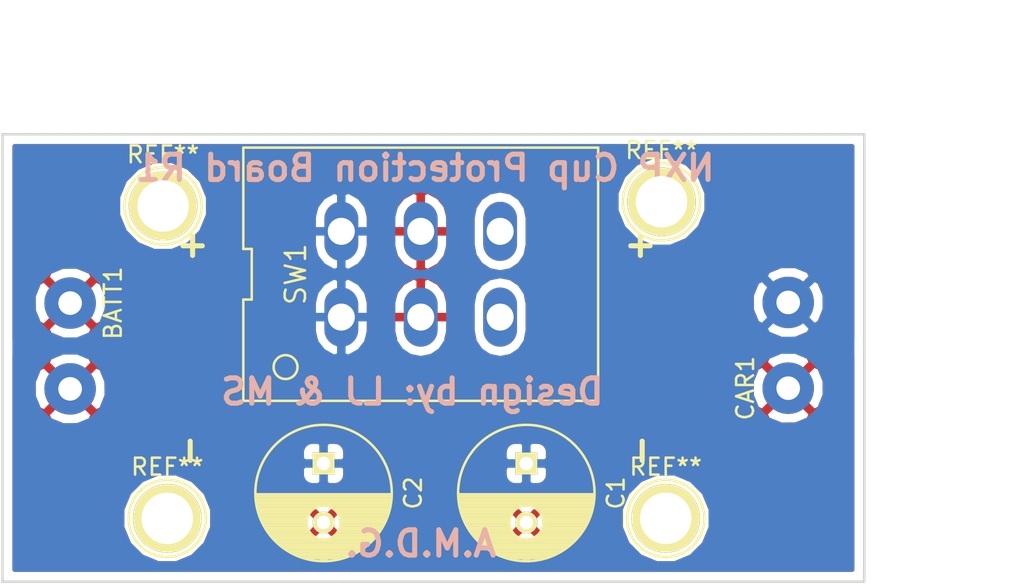
<source format=kicad_pcb>
(kicad_pcb (version 4) (host pcbnew 4.0.4-stable)

  (general
    (links 0)
    (no_connects 0)
    (area 132.924999 115.924999 184.075001 142.575001)
    (thickness 1.6)
    (drawings 13)
    (tracks 0)
    (zones 0)
    (modules 9)
    (nets 4)
  )

  (page A4)
  (layers
    (0 F.Cu signal)
    (31 B.Cu signal)
    (32 B.Adhes user)
    (33 F.Adhes user)
    (34 B.Paste user)
    (35 F.Paste user)
    (36 B.SilkS user)
    (37 F.SilkS user)
    (38 B.Mask user)
    (39 F.Mask user)
    (40 Dwgs.User user)
    (41 Cmts.User user)
    (42 Eco1.User user)
    (43 Eco2.User user)
    (44 Edge.Cuts user)
    (45 Margin user)
    (46 B.CrtYd user)
    (47 F.CrtYd user)
    (48 B.Fab user)
    (49 F.Fab user hide)
  )

  (setup
    (last_trace_width 0.25)
    (trace_clearance 0.2)
    (zone_clearance 0.508)
    (zone_45_only no)
    (trace_min 0.2)
    (segment_width 0.2)
    (edge_width 0.15)
    (via_size 0.6)
    (via_drill 0.4)
    (via_min_size 0.4)
    (via_min_drill 0.3)
    (uvia_size 0.3)
    (uvia_drill 0.1)
    (uvias_allowed no)
    (uvia_min_size 0.2)
    (uvia_min_drill 0.1)
    (pcb_text_width 0.3)
    (pcb_text_size 1.5 1.5)
    (mod_edge_width 0.15)
    (mod_text_size 1 1)
    (mod_text_width 0.15)
    (pad_size 4 4)
    (pad_drill 2)
    (pad_to_mask_clearance 0.2)
    (aux_axis_origin 0 0)
    (visible_elements 7FFFFFFF)
    (pcbplotparams
      (layerselection 0x010fc_80000001)
      (usegerberextensions true)
      (excludeedgelayer false)
      (linewidth 0.100000)
      (plotframeref false)
      (viasonmask false)
      (mode 1)
      (useauxorigin false)
      (hpglpennumber 1)
      (hpglpenspeed 20)
      (hpglpendiameter 15)
      (hpglpenoverlay 2)
      (psnegative false)
      (psa4output false)
      (plotreference true)
      (plotvalue false)
      (plotinvisibletext false)
      (padsonsilk false)
      (subtractmaskfromsilk false)
      (outputformat 1)
      (mirror false)
      (drillshape 0)
      (scaleselection 1)
      (outputdirectory outputs/))
  )

  (net 0 "")
  (net 1 "Net-(C1-Pad1)")
  (net 2 "Net-(BATT1-Pad1)")
  (net 3 "Net-(BATT1-Pad2)")

  (net_class Default "This is the default net class."
    (clearance 0.2)
    (trace_width 0.25)
    (via_dia 0.6)
    (via_drill 0.4)
    (uvia_dia 0.3)
    (uvia_drill 0.1)
    (add_net "Net-(BATT1-Pad1)")
    (add_net "Net-(BATT1-Pad2)")
    (add_net "Net-(C1-Pad1)")
  )

  (module Capacitors_ThroughHole:C_Radial_D8_L11.5_P3.5 (layer F.Cu) (tedit 0) (tstamp 582FC182)
    (at 164 135.5 270)
    (descr "Radial Electrolytic Capacitor Diameter 8mm x Length 11.5mm, Pitch 3.5mm")
    (tags "Electrolytic Capacitor")
    (path /582F6C9B)
    (fp_text reference C1 (at 1.75 -5.3 270) (layer F.SilkS)
      (effects (font (size 1 1) (thickness 0.15)))
    )
    (fp_text value 220uF (at 1.75 5.3 270) (layer F.Fab)
      (effects (font (size 1 1) (thickness 0.15)))
    )
    (fp_line (start 1.825 -3.999) (end 1.825 3.999) (layer F.SilkS) (width 0.15))
    (fp_line (start 1.965 -3.994) (end 1.965 3.994) (layer F.SilkS) (width 0.15))
    (fp_line (start 2.105 -3.984) (end 2.105 3.984) (layer F.SilkS) (width 0.15))
    (fp_line (start 2.245 -3.969) (end 2.245 3.969) (layer F.SilkS) (width 0.15))
    (fp_line (start 2.385 -3.949) (end 2.385 3.949) (layer F.SilkS) (width 0.15))
    (fp_line (start 2.525 -3.924) (end 2.525 -0.222) (layer F.SilkS) (width 0.15))
    (fp_line (start 2.525 0.222) (end 2.525 3.924) (layer F.SilkS) (width 0.15))
    (fp_line (start 2.665 -3.894) (end 2.665 -0.55) (layer F.SilkS) (width 0.15))
    (fp_line (start 2.665 0.55) (end 2.665 3.894) (layer F.SilkS) (width 0.15))
    (fp_line (start 2.805 -3.858) (end 2.805 -0.719) (layer F.SilkS) (width 0.15))
    (fp_line (start 2.805 0.719) (end 2.805 3.858) (layer F.SilkS) (width 0.15))
    (fp_line (start 2.945 -3.817) (end 2.945 -0.832) (layer F.SilkS) (width 0.15))
    (fp_line (start 2.945 0.832) (end 2.945 3.817) (layer F.SilkS) (width 0.15))
    (fp_line (start 3.085 -3.771) (end 3.085 -0.91) (layer F.SilkS) (width 0.15))
    (fp_line (start 3.085 0.91) (end 3.085 3.771) (layer F.SilkS) (width 0.15))
    (fp_line (start 3.225 -3.718) (end 3.225 -0.961) (layer F.SilkS) (width 0.15))
    (fp_line (start 3.225 0.961) (end 3.225 3.718) (layer F.SilkS) (width 0.15))
    (fp_line (start 3.365 -3.659) (end 3.365 -0.991) (layer F.SilkS) (width 0.15))
    (fp_line (start 3.365 0.991) (end 3.365 3.659) (layer F.SilkS) (width 0.15))
    (fp_line (start 3.505 -3.594) (end 3.505 -1) (layer F.SilkS) (width 0.15))
    (fp_line (start 3.505 1) (end 3.505 3.594) (layer F.SilkS) (width 0.15))
    (fp_line (start 3.645 -3.523) (end 3.645 -0.989) (layer F.SilkS) (width 0.15))
    (fp_line (start 3.645 0.989) (end 3.645 3.523) (layer F.SilkS) (width 0.15))
    (fp_line (start 3.785 -3.444) (end 3.785 -0.959) (layer F.SilkS) (width 0.15))
    (fp_line (start 3.785 0.959) (end 3.785 3.444) (layer F.SilkS) (width 0.15))
    (fp_line (start 3.925 -3.357) (end 3.925 -0.905) (layer F.SilkS) (width 0.15))
    (fp_line (start 3.925 0.905) (end 3.925 3.357) (layer F.SilkS) (width 0.15))
    (fp_line (start 4.065 -3.262) (end 4.065 -0.825) (layer F.SilkS) (width 0.15))
    (fp_line (start 4.065 0.825) (end 4.065 3.262) (layer F.SilkS) (width 0.15))
    (fp_line (start 4.205 -3.158) (end 4.205 -0.709) (layer F.SilkS) (width 0.15))
    (fp_line (start 4.205 0.709) (end 4.205 3.158) (layer F.SilkS) (width 0.15))
    (fp_line (start 4.345 -3.044) (end 4.345 -0.535) (layer F.SilkS) (width 0.15))
    (fp_line (start 4.345 0.535) (end 4.345 3.044) (layer F.SilkS) (width 0.15))
    (fp_line (start 4.485 -2.919) (end 4.485 -0.173) (layer F.SilkS) (width 0.15))
    (fp_line (start 4.485 0.173) (end 4.485 2.919) (layer F.SilkS) (width 0.15))
    (fp_line (start 4.625 -2.781) (end 4.625 2.781) (layer F.SilkS) (width 0.15))
    (fp_line (start 4.765 -2.629) (end 4.765 2.629) (layer F.SilkS) (width 0.15))
    (fp_line (start 4.905 -2.459) (end 4.905 2.459) (layer F.SilkS) (width 0.15))
    (fp_line (start 5.045 -2.268) (end 5.045 2.268) (layer F.SilkS) (width 0.15))
    (fp_line (start 5.185 -2.05) (end 5.185 2.05) (layer F.SilkS) (width 0.15))
    (fp_line (start 5.325 -1.794) (end 5.325 1.794) (layer F.SilkS) (width 0.15))
    (fp_line (start 5.465 -1.483) (end 5.465 1.483) (layer F.SilkS) (width 0.15))
    (fp_line (start 5.605 -1.067) (end 5.605 1.067) (layer F.SilkS) (width 0.15))
    (fp_line (start 5.745 -0.2) (end 5.745 0.2) (layer F.SilkS) (width 0.15))
    (fp_circle (center 3.5 0) (end 3.5 -1) (layer F.SilkS) (width 0.15))
    (fp_circle (center 1.75 0) (end 1.75 -4.0375) (layer F.SilkS) (width 0.15))
    (fp_circle (center 1.75 0) (end 1.75 -4.3) (layer F.CrtYd) (width 0.05))
    (pad 2 thru_hole circle (at 3.5 0 270) (size 1.3 1.3) (drill 0.8) (layers *.Cu *.Mask F.SilkS)
      (net 2 "Net-(BATT1-Pad1)"))
    (pad 1 thru_hole rect (at 0 0 270) (size 1.3 1.3) (drill 0.8) (layers *.Cu *.Mask F.SilkS)
      (net 1 "Net-(C1-Pad1)"))
    (model Capacitors_ThroughHole.3dshapes/C_Radial_D8_L11.5_P3.5.wrl
      (at (xyz 0 0 0))
      (scale (xyz 1 1 1))
      (rotate (xyz 0 0 0))
    )
  )

  (module Capacitors_ThroughHole:C_Radial_D8_L11.5_P3.5 (layer F.Cu) (tedit 0) (tstamp 582FC188)
    (at 152 135.5 270)
    (descr "Radial Electrolytic Capacitor Diameter 8mm x Length 11.5mm, Pitch 3.5mm")
    (tags "Electrolytic Capacitor")
    (path /582F6CD0)
    (fp_text reference C2 (at 1.75 -5.3 270) (layer F.SilkS)
      (effects (font (size 1 1) (thickness 0.15)))
    )
    (fp_text value 220uF (at 1.75 5.3 270) (layer F.Fab)
      (effects (font (size 1 1) (thickness 0.15)))
    )
    (fp_line (start 1.825 -3.999) (end 1.825 3.999) (layer F.SilkS) (width 0.15))
    (fp_line (start 1.965 -3.994) (end 1.965 3.994) (layer F.SilkS) (width 0.15))
    (fp_line (start 2.105 -3.984) (end 2.105 3.984) (layer F.SilkS) (width 0.15))
    (fp_line (start 2.245 -3.969) (end 2.245 3.969) (layer F.SilkS) (width 0.15))
    (fp_line (start 2.385 -3.949) (end 2.385 3.949) (layer F.SilkS) (width 0.15))
    (fp_line (start 2.525 -3.924) (end 2.525 -0.222) (layer F.SilkS) (width 0.15))
    (fp_line (start 2.525 0.222) (end 2.525 3.924) (layer F.SilkS) (width 0.15))
    (fp_line (start 2.665 -3.894) (end 2.665 -0.55) (layer F.SilkS) (width 0.15))
    (fp_line (start 2.665 0.55) (end 2.665 3.894) (layer F.SilkS) (width 0.15))
    (fp_line (start 2.805 -3.858) (end 2.805 -0.719) (layer F.SilkS) (width 0.15))
    (fp_line (start 2.805 0.719) (end 2.805 3.858) (layer F.SilkS) (width 0.15))
    (fp_line (start 2.945 -3.817) (end 2.945 -0.832) (layer F.SilkS) (width 0.15))
    (fp_line (start 2.945 0.832) (end 2.945 3.817) (layer F.SilkS) (width 0.15))
    (fp_line (start 3.085 -3.771) (end 3.085 -0.91) (layer F.SilkS) (width 0.15))
    (fp_line (start 3.085 0.91) (end 3.085 3.771) (layer F.SilkS) (width 0.15))
    (fp_line (start 3.225 -3.718) (end 3.225 -0.961) (layer F.SilkS) (width 0.15))
    (fp_line (start 3.225 0.961) (end 3.225 3.718) (layer F.SilkS) (width 0.15))
    (fp_line (start 3.365 -3.659) (end 3.365 -0.991) (layer F.SilkS) (width 0.15))
    (fp_line (start 3.365 0.991) (end 3.365 3.659) (layer F.SilkS) (width 0.15))
    (fp_line (start 3.505 -3.594) (end 3.505 -1) (layer F.SilkS) (width 0.15))
    (fp_line (start 3.505 1) (end 3.505 3.594) (layer F.SilkS) (width 0.15))
    (fp_line (start 3.645 -3.523) (end 3.645 -0.989) (layer F.SilkS) (width 0.15))
    (fp_line (start 3.645 0.989) (end 3.645 3.523) (layer F.SilkS) (width 0.15))
    (fp_line (start 3.785 -3.444) (end 3.785 -0.959) (layer F.SilkS) (width 0.15))
    (fp_line (start 3.785 0.959) (end 3.785 3.444) (layer F.SilkS) (width 0.15))
    (fp_line (start 3.925 -3.357) (end 3.925 -0.905) (layer F.SilkS) (width 0.15))
    (fp_line (start 3.925 0.905) (end 3.925 3.357) (layer F.SilkS) (width 0.15))
    (fp_line (start 4.065 -3.262) (end 4.065 -0.825) (layer F.SilkS) (width 0.15))
    (fp_line (start 4.065 0.825) (end 4.065 3.262) (layer F.SilkS) (width 0.15))
    (fp_line (start 4.205 -3.158) (end 4.205 -0.709) (layer F.SilkS) (width 0.15))
    (fp_line (start 4.205 0.709) (end 4.205 3.158) (layer F.SilkS) (width 0.15))
    (fp_line (start 4.345 -3.044) (end 4.345 -0.535) (layer F.SilkS) (width 0.15))
    (fp_line (start 4.345 0.535) (end 4.345 3.044) (layer F.SilkS) (width 0.15))
    (fp_line (start 4.485 -2.919) (end 4.485 -0.173) (layer F.SilkS) (width 0.15))
    (fp_line (start 4.485 0.173) (end 4.485 2.919) (layer F.SilkS) (width 0.15))
    (fp_line (start 4.625 -2.781) (end 4.625 2.781) (layer F.SilkS) (width 0.15))
    (fp_line (start 4.765 -2.629) (end 4.765 2.629) (layer F.SilkS) (width 0.15))
    (fp_line (start 4.905 -2.459) (end 4.905 2.459) (layer F.SilkS) (width 0.15))
    (fp_line (start 5.045 -2.268) (end 5.045 2.268) (layer F.SilkS) (width 0.15))
    (fp_line (start 5.185 -2.05) (end 5.185 2.05) (layer F.SilkS) (width 0.15))
    (fp_line (start 5.325 -1.794) (end 5.325 1.794) (layer F.SilkS) (width 0.15))
    (fp_line (start 5.465 -1.483) (end 5.465 1.483) (layer F.SilkS) (width 0.15))
    (fp_line (start 5.605 -1.067) (end 5.605 1.067) (layer F.SilkS) (width 0.15))
    (fp_line (start 5.745 -0.2) (end 5.745 0.2) (layer F.SilkS) (width 0.15))
    (fp_circle (center 3.5 0) (end 3.5 -1) (layer F.SilkS) (width 0.15))
    (fp_circle (center 1.75 0) (end 1.75 -4.0375) (layer F.SilkS) (width 0.15))
    (fp_circle (center 1.75 0) (end 1.75 -4.3) (layer F.CrtYd) (width 0.05))
    (pad 2 thru_hole circle (at 3.5 0 270) (size 1.3 1.3) (drill 0.8) (layers *.Cu *.Mask F.SilkS)
      (net 2 "Net-(BATT1-Pad1)"))
    (pad 1 thru_hole rect (at 0 0 270) (size 1.3 1.3) (drill 0.8) (layers *.Cu *.Mask F.SilkS)
      (net 1 "Net-(C1-Pad1)"))
    (model Capacitors_ThroughHole.3dshapes/C_Radial_D8_L11.5_P3.5.wrl
      (at (xyz 0 0 0))
      (scale (xyz 1 1 1))
      (rotate (xyz 0 0 0))
    )
  )

  (module switch:DIP-6_0_ELL (layer F.Cu) (tedit 0) (tstamp 582FC61C)
    (at 157.75 124.29)
    (path /582F68B9)
    (fp_text reference SW1 (at -7.4 0 90) (layer F.SilkS)
      (effects (font (size 1.2 1.2) (thickness 0.15)))
    )
    (fp_text value Switch_SPDT_x2 (at 0 0) (layer F.Fab)
      (effects (font (size 1.2 1.2) (thickness 0.15)))
    )
    (fp_circle (center -8 5.5) (end -7.5 6) (layer F.SilkS) (width 0.15))
    (fp_line (start -10.5 7.5) (end 10.5 7.5) (layer F.SilkS) (width 0.15))
    (fp_line (start 10.5 7.5) (end 10.5 -7.5) (layer F.SilkS) (width 0.15))
    (fp_line (start 10.5 -7.5) (end -10.5 -7.5) (layer F.SilkS) (width 0.15))
    (fp_line (start -10.5 -7.5) (end -10.5 -1.5) (layer F.SilkS) (width 0.15))
    (fp_line (start -10 -1.5) (end -10.5 -1.5) (layer F.SilkS) (width 0.15))
    (fp_line (start -10 -1.5) (end -10 1.5) (layer F.SilkS) (width 0.15))
    (fp_line (start -10.5 1.5) (end -10 1.5) (layer F.SilkS) (width 0.15))
    (fp_line (start -10.5 1.5) (end -10.5 7.5) (layer F.SilkS) (width 0.15))
    (pad 6 thru_hole oval (at -4.7 -2.54) (size 2 3.5) (drill 1.6) (layers *.Cu *.Mask)
      (net 1 "Net-(C1-Pad1)"))
    (pad 1 thru_hole oval (at -4.7 2.54) (size 2 3.5) (drill 1.6) (layers *.Cu *.Mask)
      (net 1 "Net-(C1-Pad1)"))
    (pad 5 thru_hole oval (at 0 -2.54) (size 2 3.5) (drill 1.6) (layers *.Cu *.Mask)
      (net 3 "Net-(BATT1-Pad2)"))
    (pad 2 thru_hole oval (at 0 2.54) (size 2 3.5) (drill 1.6) (layers *.Cu *.Mask)
      (net 3 "Net-(BATT1-Pad2)"))
    (pad 4 thru_hole oval (at 4.7 -2.54) (size 2 3.5) (drill 1.6) (layers *.Cu *.Mask))
    (pad 3 thru_hole oval (at 4.7 2.54) (size 2 3.5) (drill 1.6) (layers *.Cu *.Mask))
  )

  (module switch:terminal_block (layer F.Cu) (tedit 582FDB5E) (tstamp 582FDC7B)
    (at 137 128.54 270)
    (path /582FDBD8)
    (fp_text reference BATT1 (at -2.54 -2.54 270) (layer F.SilkS)
      (effects (font (size 1 1) (thickness 0.15)))
    )
    (fp_text value CONN_01X02 (at 0 5.08 270) (layer F.Fab)
      (effects (font (size 1 1) (thickness 0.15)))
    )
    (pad 1 thru_hole circle (at 2.54 0 270) (size 3.048 3.048) (drill 1.397) (layers *.Cu *.Mask)
      (net 2 "Net-(BATT1-Pad1)"))
    (pad 2 thru_hole circle (at -2.54 0 270) (size 3.048 3.048) (drill 1.397) (layers *.Cu *.Mask)
      (net 3 "Net-(BATT1-Pad2)"))
  )

  (module switch:terminal_block (layer F.Cu) (tedit 582FDB5E) (tstamp 582FDC81)
    (at 179.5 128.5 90)
    (path /582FDBAA)
    (fp_text reference CAR1 (at -2.54 -2.54 90) (layer F.SilkS)
      (effects (font (size 1 1) (thickness 0.15)))
    )
    (fp_text value CONN_01X02 (at 0 5.08 90) (layer F.Fab)
      (effects (font (size 1 1) (thickness 0.15)))
    )
    (pad 1 thru_hole circle (at 2.54 0 90) (size 3.048 3.048) (drill 1.397) (layers *.Cu *.Mask)
      (net 1 "Net-(C1-Pad1)"))
    (pad 2 thru_hole circle (at -2.54 0 90) (size 3.048 3.048) (drill 1.397) (layers *.Cu *.Mask)
      (net 2 "Net-(BATT1-Pad1)"))
  )

  (module Connect:1pin (layer F.Cu) (tedit 0) (tstamp 583536EB)
    (at 172 120)
    (descr "module 1 pin (ou trou mecanique de percage)")
    (tags DEV)
    (fp_text reference REF** (at 0 -3.048) (layer F.SilkS)
      (effects (font (size 1 1) (thickness 0.15)))
    )
    (fp_text value 1pin (at 0 2.794) (layer F.Fab)
      (effects (font (size 1 1) (thickness 0.15)))
    )
    (fp_circle (center 0 0) (end 0 -2.286) (layer F.SilkS) (width 0.15))
    (pad 1 thru_hole circle (at 0 0) (size 4.064 4.064) (drill 3.048) (layers *.Cu *.Mask F.SilkS))
  )

  (module Connect:1pin (layer F.Cu) (tedit 0) (tstamp 583536F1)
    (at 142.5 120.25)
    (descr "module 1 pin (ou trou mecanique de percage)")
    (tags DEV)
    (fp_text reference REF** (at 0 -3.048) (layer F.SilkS)
      (effects (font (size 1 1) (thickness 0.15)))
    )
    (fp_text value 1pin (at 0 2.794) (layer F.Fab)
      (effects (font (size 1 1) (thickness 0.15)))
    )
    (fp_circle (center 0 0) (end 0 -2.286) (layer F.SilkS) (width 0.15))
    (pad 1 thru_hole circle (at 0 0) (size 4.064 4.064) (drill 3.048) (layers *.Cu *.Mask F.SilkS))
  )

  (module Connect:1pin (layer F.Cu) (tedit 0) (tstamp 583536F7)
    (at 142.75 138.75)
    (descr "module 1 pin (ou trou mecanique de percage)")
    (tags DEV)
    (fp_text reference REF** (at 0 -3.048) (layer F.SilkS)
      (effects (font (size 1 1) (thickness 0.15)))
    )
    (fp_text value 1pin (at 0 2.794) (layer F.Fab)
      (effects (font (size 1 1) (thickness 0.15)))
    )
    (fp_circle (center 0 0) (end 0 -2.286) (layer F.SilkS) (width 0.15))
    (pad 1 thru_hole circle (at 0 0) (size 4.064 4.064) (drill 3.048) (layers *.Cu *.Mask F.SilkS))
  )

  (module Connect:1pin (layer F.Cu) (tedit 0) (tstamp 583536FD)
    (at 172.25 138.75)
    (descr "module 1 pin (ou trou mecanique de percage)")
    (tags DEV)
    (fp_text reference REF** (at 0 -3.048) (layer F.SilkS)
      (effects (font (size 1 1) (thickness 0.15)))
    )
    (fp_text value 1pin (at 0 2.794) (layer F.Fab)
      (effects (font (size 1 1) (thickness 0.15)))
    )
    (fp_circle (center 0 0) (end 0 -2.286) (layer F.SilkS) (width 0.15))
    (pad 1 thru_hole circle (at 0 0) (size 4.064 4.064) (drill 3.048) (layers *.Cu *.Mask F.SilkS))
  )

  (gr_text "A.M.D.G.\n" (at 157.75 140.25) (layer B.SilkS)
    (effects (font (size 1.5 1.5) (thickness 0.3)) (justify mirror))
  )
  (gr_text "Design by: LJ & MS" (at 157.25 131.25) (layer B.SilkS)
    (effects (font (size 1.5 1.5) (thickness 0.3)) (justify mirror))
  )
  (gr_text "NXP Cup Protection Board R1" (at 158 118) (layer B.SilkS)
    (effects (font (size 1.5 1.5) (thickness 0.3)) (justify mirror))
  )
  (dimension 26.5 (width 0.3) (layer Dwgs.User)
    (gr_text "26.500 mm" (at 190.78015 129.295044 270) (layer Dwgs.User)
      (effects (font (size 1.5 1.5) (thickness 0.3)))
    )
    (feature1 (pts (xy 183.93015 142.545044) (xy 192.13015 142.545044)))
    (feature2 (pts (xy 183.93015 116.045044) (xy 192.13015 116.045044)))
    (crossbar (pts (xy 189.43015 116.045044) (xy 189.43015 142.545044)))
    (arrow1a (pts (xy 189.43015 142.545044) (xy 188.843729 141.41854)))
    (arrow1b (pts (xy 189.43015 142.545044) (xy 190.016571 141.41854)))
    (arrow2a (pts (xy 189.43015 116.045044) (xy 188.843729 117.171548)))
    (arrow2b (pts (xy 189.43015 116.045044) (xy 190.016571 117.171548)))
  )
  (dimension 51 (width 0.3) (layer Dwgs.User)
    (gr_text "51.000 mm" (at 158.5 109.9) (layer Dwgs.User)
      (effects (font (size 1.5 1.5) (thickness 0.3)))
    )
    (feature1 (pts (xy 184 116) (xy 184 108.55)))
    (feature2 (pts (xy 133 116) (xy 133 108.55)))
    (crossbar (pts (xy 133 111.25) (xy 184 111.25)))
    (arrow1a (pts (xy 184 111.25) (xy 182.873496 111.836421)))
    (arrow1b (pts (xy 184 111.25) (xy 182.873496 110.663579)))
    (arrow2a (pts (xy 133 111.25) (xy 134.126504 111.836421)))
    (arrow2b (pts (xy 133 111.25) (xy 134.126504 110.663579)))
  )
  (gr_text + (at 170.75 122.5) (layer F.SilkS)
    (effects (font (size 1.5 1.5) (thickness 0.3)))
  )
  (gr_text + (at 144.25 122.5) (layer F.SilkS)
    (effects (font (size 1.5 1.5) (thickness 0.3)))
  )
  (gr_text - (at 170.75 134.75 90) (layer F.SilkS)
    (effects (font (size 1.5 1.5) (thickness 0.3)))
  )
  (gr_text - (at 144 134.75 90) (layer F.SilkS)
    (effects (font (size 1.5 1.5) (thickness 0.3)))
  )
  (gr_line (start 133 142.5) (end 133 116) (layer Edge.Cuts) (width 0.15))
  (gr_line (start 184 142.5) (end 133 142.5) (layer Edge.Cuts) (width 0.15))
  (gr_line (start 184 116) (end 184 142.5) (layer Edge.Cuts) (width 0.15))
  (gr_line (start 133 116) (end 184 116) (layer Edge.Cuts) (width 0.15))

  (zone (net 2) (net_name "Net-(BATT1-Pad1)") (layer F.Cu) (tstamp 0) (hatch edge 0.508)
    (connect_pads (clearance 0.508))
    (min_thickness 0.254)
    (fill yes (arc_segments 16) (thermal_gap 0.508) (thermal_bridge_width 0.508))
    (polygon
      (pts
        (xy 133 129) (xy 184 129) (xy 184 142.5) (xy 133 142.5)
      )
    )
    (filled_polygon
      (pts
        (xy 135.811011 129.227432) (xy 135.648298 129.548693) (xy 137 130.900395) (xy 138.351702 129.548693) (xy 138.188989 129.227432)
        (xy 137.933276 129.127) (xy 152.408946 129.127) (xy 152.424313 129.137268) (xy 153.05 129.261725) (xy 153.675687 129.137268)
        (xy 153.691054 129.127) (xy 157.108946 129.127) (xy 157.124313 129.137268) (xy 157.75 129.261725) (xy 158.375687 129.137268)
        (xy 158.391054 129.127) (xy 161.808946 129.127) (xy 161.824313 129.137268) (xy 162.45 129.261725) (xy 163.075687 129.137268)
        (xy 163.091054 129.127) (xy 178.456907 129.127) (xy 178.311011 129.187432) (xy 178.148298 129.508693) (xy 179.5 130.860395)
        (xy 180.851702 129.508693) (xy 180.688989 129.187432) (xy 180.535122 129.127) (xy 183.29 129.127) (xy 183.29 141.79)
        (xy 133.71 141.79) (xy 133.71 139.278172) (xy 140.082538 139.278172) (xy 140.487709 140.258761) (xy 141.237293 141.009655)
        (xy 142.217173 141.416536) (xy 143.278172 141.417462) (xy 144.258761 141.012291) (xy 145.009655 140.262707) (xy 145.160672 139.899016)
        (xy 151.28059 139.899016) (xy 151.336271 140.129611) (xy 151.819078 140.297622) (xy 152.329428 140.268083) (xy 152.663729 140.129611)
        (xy 152.71941 139.899016) (xy 163.28059 139.899016) (xy 163.336271 140.129611) (xy 163.819078 140.297622) (xy 164.329428 140.268083)
        (xy 164.663729 140.129611) (xy 164.71941 139.899016) (xy 164 139.179605) (xy 163.28059 139.899016) (xy 152.71941 139.899016)
        (xy 152 139.179605) (xy 151.28059 139.899016) (xy 145.160672 139.899016) (xy 145.416536 139.282827) (xy 145.41694 138.819078)
        (xy 150.702378 138.819078) (xy 150.731917 139.329428) (xy 150.870389 139.663729) (xy 151.100984 139.71941) (xy 151.820395 139)
        (xy 152.179605 139) (xy 152.899016 139.71941) (xy 153.129611 139.663729) (xy 153.297622 139.180922) (xy 153.276679 138.819078)
        (xy 162.702378 138.819078) (xy 162.731917 139.329428) (xy 162.870389 139.663729) (xy 163.100984 139.71941) (xy 163.820395 139)
        (xy 164.179605 139) (xy 164.899016 139.71941) (xy 165.129611 139.663729) (xy 165.26378 139.278172) (xy 169.582538 139.278172)
        (xy 169.987709 140.258761) (xy 170.737293 141.009655) (xy 171.717173 141.416536) (xy 172.778172 141.417462) (xy 173.758761 141.012291)
        (xy 174.509655 140.262707) (xy 174.916536 139.282827) (xy 174.917462 138.221828) (xy 174.512291 137.241239) (xy 173.762707 136.490345)
        (xy 172.782827 136.083464) (xy 171.721828 136.082538) (xy 170.741239 136.487709) (xy 169.990345 137.237293) (xy 169.583464 138.217173)
        (xy 169.582538 139.278172) (xy 165.26378 139.278172) (xy 165.297622 139.180922) (xy 165.268083 138.670572) (xy 165.129611 138.336271)
        (xy 164.899016 138.28059) (xy 164.179605 139) (xy 163.820395 139) (xy 163.100984 138.28059) (xy 162.870389 138.336271)
        (xy 162.702378 138.819078) (xy 153.276679 138.819078) (xy 153.268083 138.670572) (xy 153.129611 138.336271) (xy 152.899016 138.28059)
        (xy 152.179605 139) (xy 151.820395 139) (xy 151.100984 138.28059) (xy 150.870389 138.336271) (xy 150.702378 138.819078)
        (xy 145.41694 138.819078) (xy 145.417462 138.221828) (xy 145.367531 138.100984) (xy 151.28059 138.100984) (xy 152 138.820395)
        (xy 152.71941 138.100984) (xy 163.28059 138.100984) (xy 164 138.820395) (xy 164.71941 138.100984) (xy 164.663729 137.870389)
        (xy 164.180922 137.702378) (xy 163.670572 137.731917) (xy 163.336271 137.870389) (xy 163.28059 138.100984) (xy 152.71941 138.100984)
        (xy 152.663729 137.870389) (xy 152.180922 137.702378) (xy 151.670572 137.731917) (xy 151.336271 137.870389) (xy 151.28059 138.100984)
        (xy 145.367531 138.100984) (xy 145.012291 137.241239) (xy 144.262707 136.490345) (xy 143.282827 136.083464) (xy 142.221828 136.082538)
        (xy 141.241239 136.487709) (xy 140.490345 137.237293) (xy 140.083464 138.217173) (xy 140.082538 139.278172) (xy 133.71 139.278172)
        (xy 133.71 134.85) (xy 150.70256 134.85) (xy 150.70256 136.15) (xy 150.746838 136.385317) (xy 150.88591 136.601441)
        (xy 151.09811 136.746431) (xy 151.35 136.79744) (xy 152.65 136.79744) (xy 152.885317 136.753162) (xy 153.101441 136.61409)
        (xy 153.246431 136.40189) (xy 153.29744 136.15) (xy 153.29744 134.85) (xy 162.70256 134.85) (xy 162.70256 136.15)
        (xy 162.746838 136.385317) (xy 162.88591 136.601441) (xy 163.09811 136.746431) (xy 163.35 136.79744) (xy 164.65 136.79744)
        (xy 164.885317 136.753162) (xy 165.101441 136.61409) (xy 165.246431 136.40189) (xy 165.29744 136.15) (xy 165.29744 134.85)
        (xy 165.253162 134.614683) (xy 165.11409 134.398559) (xy 164.90189 134.253569) (xy 164.65 134.20256) (xy 163.35 134.20256)
        (xy 163.114683 134.246838) (xy 162.898559 134.38591) (xy 162.753569 134.59811) (xy 162.70256 134.85) (xy 153.29744 134.85)
        (xy 153.253162 134.614683) (xy 153.11409 134.398559) (xy 152.90189 134.253569) (xy 152.65 134.20256) (xy 151.35 134.20256)
        (xy 151.114683 134.246838) (xy 150.898559 134.38591) (xy 150.753569 134.59811) (xy 150.70256 134.85) (xy 133.71 134.85)
        (xy 133.71 132.611307) (xy 135.648298 132.611307) (xy 135.811011 132.932568) (xy 136.610464 133.246556) (xy 137.469221 133.230706)
        (xy 138.188989 132.932568) (xy 138.351702 132.611307) (xy 138.311702 132.571307) (xy 178.148298 132.571307) (xy 178.311011 132.892568)
        (xy 179.110464 133.206556) (xy 179.969221 133.190706) (xy 180.688989 132.892568) (xy 180.851702 132.571307) (xy 179.5 131.219605)
        (xy 178.148298 132.571307) (xy 138.311702 132.571307) (xy 137 131.259605) (xy 135.648298 132.611307) (xy 133.71 132.611307)
        (xy 133.71 130.690464) (xy 134.833444 130.690464) (xy 134.849294 131.549221) (xy 135.147432 132.268989) (xy 135.468693 132.431702)
        (xy 136.820395 131.08) (xy 137.179605 131.08) (xy 138.531307 132.431702) (xy 138.852568 132.268989) (xy 139.166556 131.469536)
        (xy 139.151439 130.650464) (xy 177.333444 130.650464) (xy 177.349294 131.509221) (xy 177.647432 132.228989) (xy 177.968693 132.391702)
        (xy 179.320395 131.04) (xy 179.679605 131.04) (xy 181.031307 132.391702) (xy 181.352568 132.228989) (xy 181.666556 131.429536)
        (xy 181.650706 130.570779) (xy 181.352568 129.851011) (xy 181.031307 129.688298) (xy 179.679605 131.04) (xy 179.320395 131.04)
        (xy 177.968693 129.688298) (xy 177.647432 129.851011) (xy 177.333444 130.650464) (xy 139.151439 130.650464) (xy 139.150706 130.610779)
        (xy 138.852568 129.891011) (xy 138.531307 129.728298) (xy 137.179605 131.08) (xy 136.820395 131.08) (xy 135.468693 129.728298)
        (xy 135.147432 129.891011) (xy 134.833444 130.690464) (xy 133.71 130.690464) (xy 133.71 129.127) (xy 136.053475 129.127)
      )
    )
  )
  (zone (net 3) (net_name "Net-(BATT1-Pad2)") (layer F.Cu) (tstamp 0) (hatch edge 0.508)
    (connect_pads (clearance 0.508))
    (min_thickness 0.254)
    (fill yes (arc_segments 16) (thermal_gap 0.508) (thermal_bridge_width 0.508))
    (polygon
      (pts
        (xy 133 116) (xy 184 116) (xy 184 128.25) (xy 133 128.25)
      )
    )
    (filled_polygon
      (pts
        (xy 183.29 128.123) (xy 163.986285 128.123) (xy 164.085 127.626725) (xy 164.085 126.387567) (xy 177.340626 126.387567)
        (xy 177.668622 127.181377) (xy 178.275428 127.789244) (xy 179.068664 128.118624) (xy 179.927567 128.119374) (xy 180.721377 127.791378)
        (xy 181.329244 127.184572) (xy 181.658624 126.391336) (xy 181.659374 125.532433) (xy 181.331378 124.738623) (xy 180.724572 124.130756)
        (xy 179.931336 123.801376) (xy 179.072433 123.800626) (xy 178.278623 124.128622) (xy 177.670756 124.735428) (xy 177.341376 125.528664)
        (xy 177.340626 126.387567) (xy 164.085 126.387567) (xy 164.085 126.033275) (xy 163.960543 125.407588) (xy 163.60612 124.877155)
        (xy 163.075687 124.522732) (xy 162.45 124.398275) (xy 161.824313 124.522732) (xy 161.29388 124.877155) (xy 160.939457 125.407588)
        (xy 160.815 126.033275) (xy 160.815 127.626725) (xy 160.913715 128.123) (xy 159.268133 128.123) (xy 159.385 127.707)
        (xy 159.385 126.957) (xy 157.877 126.957) (xy 157.877 126.977) (xy 157.623 126.977) (xy 157.623 126.957)
        (xy 156.115 126.957) (xy 156.115 127.707) (xy 156.231867 128.123) (xy 154.586285 128.123) (xy 154.685 127.626725)
        (xy 154.685 126.033275) (xy 154.669033 125.953) (xy 156.115 125.953) (xy 156.115 126.703) (xy 157.623 126.703)
        (xy 157.623 124.609223) (xy 157.877 124.609223) (xy 157.877 126.703) (xy 159.385 126.703) (xy 159.385 125.953)
        (xy 159.211942 125.33698) (xy 158.816317 124.834078) (xy 158.258355 124.520856) (xy 158.130434 124.489876) (xy 157.877 124.609223)
        (xy 157.623 124.609223) (xy 157.369566 124.489876) (xy 157.241645 124.520856) (xy 156.683683 124.834078) (xy 156.288058 125.33698)
        (xy 156.115 125.953) (xy 154.669033 125.953) (xy 154.560543 125.407588) (xy 154.20612 124.877155) (xy 153.675687 124.522732)
        (xy 153.05 124.398275) (xy 152.424313 124.522732) (xy 151.89388 124.877155) (xy 151.539457 125.407588) (xy 151.415 126.033275)
        (xy 151.415 127.626725) (xy 151.513715 128.123) (xy 137.536109 128.123) (xy 138.188989 127.852568) (xy 138.351702 127.531307)
        (xy 137 126.179605) (xy 135.648298 127.531307) (xy 135.811011 127.852568) (xy 136.499565 128.123) (xy 133.71 128.123)
        (xy 133.71 125.610464) (xy 134.833444 125.610464) (xy 134.849294 126.469221) (xy 135.147432 127.188989) (xy 135.468693 127.351702)
        (xy 136.820395 126) (xy 137.179605 126) (xy 138.531307 127.351702) (xy 138.852568 127.188989) (xy 139.166556 126.389536)
        (xy 139.150706 125.530779) (xy 138.852568 124.811011) (xy 138.531307 124.648298) (xy 137.179605 126) (xy 136.820395 126)
        (xy 135.468693 124.648298) (xy 135.147432 124.811011) (xy 134.833444 125.610464) (xy 133.71 125.610464) (xy 133.71 124.468693)
        (xy 135.648298 124.468693) (xy 137 125.820395) (xy 138.351702 124.468693) (xy 138.188989 124.147432) (xy 137.389536 123.833444)
        (xy 136.530779 123.849294) (xy 135.811011 124.147432) (xy 135.648298 124.468693) (xy 133.71 124.468693) (xy 133.71 120.778172)
        (xy 139.832538 120.778172) (xy 140.237709 121.758761) (xy 140.987293 122.509655) (xy 141.967173 122.916536) (xy 143.028172 122.917462)
        (xy 144.008761 122.512291) (xy 144.759655 121.762707) (xy 145.095759 120.953275) (xy 151.415 120.953275) (xy 151.415 122.546725)
        (xy 151.539457 123.172412) (xy 151.89388 123.702845) (xy 152.424313 124.057268) (xy 153.05 124.181725) (xy 153.675687 124.057268)
        (xy 154.20612 123.702845) (xy 154.560543 123.172412) (xy 154.685 122.546725) (xy 154.685 121.877) (xy 156.115 121.877)
        (xy 156.115 122.627) (xy 156.288058 123.24302) (xy 156.683683 123.745922) (xy 157.241645 124.059144) (xy 157.369566 124.090124)
        (xy 157.623 123.970777) (xy 157.623 121.877) (xy 157.877 121.877) (xy 157.877 123.970777) (xy 158.130434 124.090124)
        (xy 158.258355 124.059144) (xy 158.816317 123.745922) (xy 159.211942 123.24302) (xy 159.385 122.627) (xy 159.385 121.877)
        (xy 157.877 121.877) (xy 157.623 121.877) (xy 156.115 121.877) (xy 154.685 121.877) (xy 154.685 120.953275)
        (xy 154.669033 120.873) (xy 156.115 120.873) (xy 156.115 121.623) (xy 157.623 121.623) (xy 157.623 119.529223)
        (xy 157.877 119.529223) (xy 157.877 121.623) (xy 159.385 121.623) (xy 159.385 120.953275) (xy 160.815 120.953275)
        (xy 160.815 122.546725) (xy 160.939457 123.172412) (xy 161.29388 123.702845) (xy 161.824313 124.057268) (xy 162.45 124.181725)
        (xy 163.075687 124.057268) (xy 163.60612 123.702845) (xy 163.960543 123.172412) (xy 164.085 122.546725) (xy 164.085 120.953275)
        (xy 164.000442 120.528172) (xy 169.332538 120.528172) (xy 169.737709 121.508761) (xy 170.487293 122.259655) (xy 171.467173 122.666536)
        (xy 172.528172 122.667462) (xy 173.508761 122.262291) (xy 174.259655 121.512707) (xy 174.666536 120.532827) (xy 174.667462 119.471828)
        (xy 174.262291 118.491239) (xy 173.512707 117.740345) (xy 172.532827 117.333464) (xy 171.471828 117.332538) (xy 170.491239 117.737709)
        (xy 169.740345 118.487293) (xy 169.333464 119.467173) (xy 169.332538 120.528172) (xy 164.000442 120.528172) (xy 163.960543 120.327588)
        (xy 163.60612 119.797155) (xy 163.075687 119.442732) (xy 162.45 119.318275) (xy 161.824313 119.442732) (xy 161.29388 119.797155)
        (xy 160.939457 120.327588) (xy 160.815 120.953275) (xy 159.385 120.953275) (xy 159.385 120.873) (xy 159.211942 120.25698)
        (xy 158.816317 119.754078) (xy 158.258355 119.440856) (xy 158.130434 119.409876) (xy 157.877 119.529223) (xy 157.623 119.529223)
        (xy 157.369566 119.409876) (xy 157.241645 119.440856) (xy 156.683683 119.754078) (xy 156.288058 120.25698) (xy 156.115 120.873)
        (xy 154.669033 120.873) (xy 154.560543 120.327588) (xy 154.20612 119.797155) (xy 153.675687 119.442732) (xy 153.05 119.318275)
        (xy 152.424313 119.442732) (xy 151.89388 119.797155) (xy 151.539457 120.327588) (xy 151.415 120.953275) (xy 145.095759 120.953275)
        (xy 145.166536 120.782827) (xy 145.167462 119.721828) (xy 144.762291 118.741239) (xy 144.012707 117.990345) (xy 143.032827 117.583464)
        (xy 141.971828 117.582538) (xy 140.991239 117.987709) (xy 140.240345 118.737293) (xy 139.833464 119.717173) (xy 139.832538 120.778172)
        (xy 133.71 120.778172) (xy 133.71 116.71) (xy 183.29 116.71)
      )
    )
  )
  (zone (net 1) (net_name "Net-(C1-Pad1)") (layer B.Cu) (tstamp 0) (hatch edge 0.508)
    (connect_pads (clearance 0.508))
    (min_thickness 0.254)
    (fill yes (arc_segments 16) (thermal_gap 0.508) (thermal_bridge_width 0.508))
    (polygon
      (pts
        (xy 133 116) (xy 184 116) (xy 184 142.5) (xy 133 142.5)
      )
    )
    (filled_polygon
      (pts
        (xy 183.29 141.79) (xy 133.71 141.79) (xy 133.71 139.278172) (xy 140.082538 139.278172) (xy 140.487709 140.258761)
        (xy 141.237293 141.009655) (xy 142.217173 141.416536) (xy 143.278172 141.417462) (xy 144.258761 141.012291) (xy 145.009655 140.262707)
        (xy 145.416536 139.282827) (xy 145.41656 139.254481) (xy 150.714777 139.254481) (xy 150.909995 139.726943) (xy 151.271155 140.088735)
        (xy 151.743276 140.284777) (xy 152.254481 140.285223) (xy 152.726943 140.090005) (xy 153.088735 139.728845) (xy 153.284777 139.256724)
        (xy 153.284778 139.254481) (xy 162.714777 139.254481) (xy 162.909995 139.726943) (xy 163.271155 140.088735) (xy 163.743276 140.284777)
        (xy 164.254481 140.285223) (xy 164.726943 140.090005) (xy 165.088735 139.728845) (xy 165.275871 139.278172) (xy 169.582538 139.278172)
        (xy 169.987709 140.258761) (xy 170.737293 141.009655) (xy 171.717173 141.416536) (xy 172.778172 141.417462) (xy 173.758761 141.012291)
        (xy 174.509655 140.262707) (xy 174.916536 139.282827) (xy 174.917462 138.221828) (xy 174.512291 137.241239) (xy 173.762707 136.490345)
        (xy 172.782827 136.083464) (xy 171.721828 136.082538) (xy 170.741239 136.487709) (xy 169.990345 137.237293) (xy 169.583464 138.217173)
        (xy 169.582538 139.278172) (xy 165.275871 139.278172) (xy 165.284777 139.256724) (xy 165.285223 138.745519) (xy 165.090005 138.273057)
        (xy 164.728845 137.911265) (xy 164.256724 137.715223) (xy 163.745519 137.714777) (xy 163.273057 137.909995) (xy 162.911265 138.271155)
        (xy 162.715223 138.743276) (xy 162.714777 139.254481) (xy 153.284778 139.254481) (xy 153.285223 138.745519) (xy 153.090005 138.273057)
        (xy 152.728845 137.911265) (xy 152.256724 137.715223) (xy 151.745519 137.714777) (xy 151.273057 137.909995) (xy 150.911265 138.271155)
        (xy 150.715223 138.743276) (xy 150.714777 139.254481) (xy 145.41656 139.254481) (xy 145.417462 138.221828) (xy 145.012291 137.241239)
        (xy 144.262707 136.490345) (xy 143.282827 136.083464) (xy 142.221828 136.082538) (xy 141.241239 136.487709) (xy 140.490345 137.237293)
        (xy 140.083464 138.217173) (xy 140.082538 139.278172) (xy 133.71 139.278172) (xy 133.71 135.78575) (xy 150.715 135.78575)
        (xy 150.715 136.276309) (xy 150.811673 136.509698) (xy 150.990301 136.688327) (xy 151.22369 136.785) (xy 151.71425 136.785)
        (xy 151.873 136.62625) (xy 151.873 135.627) (xy 152.127 135.627) (xy 152.127 136.62625) (xy 152.28575 136.785)
        (xy 152.77631 136.785) (xy 153.009699 136.688327) (xy 153.188327 136.509698) (xy 153.285 136.276309) (xy 153.285 135.78575)
        (xy 162.715 135.78575) (xy 162.715 136.276309) (xy 162.811673 136.509698) (xy 162.990301 136.688327) (xy 163.22369 136.785)
        (xy 163.71425 136.785) (xy 163.873 136.62625) (xy 163.873 135.627) (xy 164.127 135.627) (xy 164.127 136.62625)
        (xy 164.28575 136.785) (xy 164.77631 136.785) (xy 165.009699 136.688327) (xy 165.188327 136.509698) (xy 165.285 136.276309)
        (xy 165.285 135.78575) (xy 165.12625 135.627) (xy 164.127 135.627) (xy 163.873 135.627) (xy 162.87375 135.627)
        (xy 162.715 135.78575) (xy 153.285 135.78575) (xy 153.12625 135.627) (xy 152.127 135.627) (xy 151.873 135.627)
        (xy 150.87375 135.627) (xy 150.715 135.78575) (xy 133.71 135.78575) (xy 133.71 134.723691) (xy 150.715 134.723691)
        (xy 150.715 135.21425) (xy 150.87375 135.373) (xy 151.873 135.373) (xy 151.873 134.37375) (xy 152.127 134.37375)
        (xy 152.127 135.373) (xy 153.12625 135.373) (xy 153.285 135.21425) (xy 153.285 134.723691) (xy 162.715 134.723691)
        (xy 162.715 135.21425) (xy 162.87375 135.373) (xy 163.873 135.373) (xy 163.873 134.37375) (xy 164.127 134.37375)
        (xy 164.127 135.373) (xy 165.12625 135.373) (xy 165.285 135.21425) (xy 165.285 134.723691) (xy 165.188327 134.490302)
        (xy 165.009699 134.311673) (xy 164.77631 134.215) (xy 164.28575 134.215) (xy 164.127 134.37375) (xy 163.873 134.37375)
        (xy 163.71425 134.215) (xy 163.22369 134.215) (xy 162.990301 134.311673) (xy 162.811673 134.490302) (xy 162.715 134.723691)
        (xy 153.285 134.723691) (xy 153.188327 134.490302) (xy 153.009699 134.311673) (xy 152.77631 134.215) (xy 152.28575 134.215)
        (xy 152.127 134.37375) (xy 151.873 134.37375) (xy 151.71425 134.215) (xy 151.22369 134.215) (xy 150.990301 134.311673)
        (xy 150.811673 134.490302) (xy 150.715 134.723691) (xy 133.71 134.723691) (xy 133.71 131.507567) (xy 134.840626 131.507567)
        (xy 135.168622 132.301377) (xy 135.775428 132.909244) (xy 136.568664 133.238624) (xy 137.427567 133.239374) (xy 138.221377 132.911378)
        (xy 138.829244 132.304572) (xy 139.158624 131.511336) (xy 139.158662 131.467567) (xy 177.340626 131.467567) (xy 177.668622 132.261377)
        (xy 178.275428 132.869244) (xy 179.068664 133.198624) (xy 179.927567 133.199374) (xy 180.721377 132.871378) (xy 181.329244 132.264572)
        (xy 181.658624 131.471336) (xy 181.659374 130.612433) (xy 181.331378 129.818623) (xy 180.724572 129.210756) (xy 179.931336 128.881376)
        (xy 179.072433 128.880626) (xy 178.278623 129.208622) (xy 177.670756 129.815428) (xy 177.341376 130.608664) (xy 177.340626 131.467567)
        (xy 139.158662 131.467567) (xy 139.159374 130.652433) (xy 138.831378 129.858623) (xy 138.224572 129.250756) (xy 137.431336 128.921376)
        (xy 136.572433 128.920626) (xy 135.778623 129.248622) (xy 135.170756 129.855428) (xy 134.841376 130.648664) (xy 134.840626 131.507567)
        (xy 133.71 131.507567) (xy 133.71 126.427567) (xy 134.840626 126.427567) (xy 135.168622 127.221377) (xy 135.775428 127.829244)
        (xy 136.568664 128.158624) (xy 137.427567 128.159374) (xy 138.221377 127.831378) (xy 138.829244 127.224572) (xy 138.940349 126.957)
        (xy 151.415 126.957) (xy 151.415 127.707) (xy 151.588058 128.32302) (xy 151.983683 128.825922) (xy 152.541645 129.139144)
        (xy 152.669566 129.170124) (xy 152.923 129.050777) (xy 152.923 126.957) (xy 153.177 126.957) (xy 153.177 129.050777)
        (xy 153.430434 129.170124) (xy 153.558355 129.139144) (xy 154.116317 128.825922) (xy 154.511942 128.32302) (xy 154.685 127.707)
        (xy 154.685 126.957) (xy 153.177 126.957) (xy 152.923 126.957) (xy 151.415 126.957) (xy 138.940349 126.957)
        (xy 139.158624 126.431336) (xy 139.159041 125.953) (xy 151.415 125.953) (xy 151.415 126.703) (xy 152.923 126.703)
        (xy 152.923 124.609223) (xy 153.177 124.609223) (xy 153.177 126.703) (xy 154.685 126.703) (xy 154.685 126.033275)
        (xy 156.115 126.033275) (xy 156.115 127.626725) (xy 156.239457 128.252412) (xy 156.59388 128.782845) (xy 157.124313 129.137268)
        (xy 157.75 129.261725) (xy 158.375687 129.137268) (xy 158.90612 128.782845) (xy 159.260543 128.252412) (xy 159.385 127.626725)
        (xy 159.385 126.033275) (xy 160.815 126.033275) (xy 160.815 127.626725) (xy 160.939457 128.252412) (xy 161.29388 128.782845)
        (xy 161.824313 129.137268) (xy 162.45 129.261725) (xy 163.075687 129.137268) (xy 163.60612 128.782845) (xy 163.960543 128.252412)
        (xy 164.085 127.626725) (xy 164.085 127.491307) (xy 178.148298 127.491307) (xy 178.311011 127.812568) (xy 179.110464 128.126556)
        (xy 179.969221 128.110706) (xy 180.688989 127.812568) (xy 180.851702 127.491307) (xy 179.5 126.139605) (xy 178.148298 127.491307)
        (xy 164.085 127.491307) (xy 164.085 126.033275) (xy 163.992942 125.570464) (xy 177.333444 125.570464) (xy 177.349294 126.429221)
        (xy 177.647432 127.148989) (xy 177.968693 127.311702) (xy 179.320395 125.96) (xy 179.679605 125.96) (xy 181.031307 127.311702)
        (xy 181.352568 127.148989) (xy 181.666556 126.349536) (xy 181.650706 125.490779) (xy 181.352568 124.771011) (xy 181.031307 124.608298)
        (xy 179.679605 125.96) (xy 179.320395 125.96) (xy 177.968693 124.608298) (xy 177.647432 124.771011) (xy 177.333444 125.570464)
        (xy 163.992942 125.570464) (xy 163.960543 125.407588) (xy 163.60612 124.877155) (xy 163.075687 124.522732) (xy 162.602922 124.428693)
        (xy 178.148298 124.428693) (xy 179.5 125.780395) (xy 180.851702 124.428693) (xy 180.688989 124.107432) (xy 179.889536 123.793444)
        (xy 179.030779 123.809294) (xy 178.311011 124.107432) (xy 178.148298 124.428693) (xy 162.602922 124.428693) (xy 162.45 124.398275)
        (xy 161.824313 124.522732) (xy 161.29388 124.877155) (xy 160.939457 125.407588) (xy 160.815 126.033275) (xy 159.385 126.033275)
        (xy 159.260543 125.407588) (xy 158.90612 124.877155) (xy 158.375687 124.522732) (xy 157.75 124.398275) (xy 157.124313 124.522732)
        (xy 156.59388 124.877155) (xy 156.239457 125.407588) (xy 156.115 126.033275) (xy 154.685 126.033275) (xy 154.685 125.953)
        (xy 154.511942 125.33698) (xy 154.116317 124.834078) (xy 153.558355 124.520856) (xy 153.430434 124.489876) (xy 153.177 124.609223)
        (xy 152.923 124.609223) (xy 152.669566 124.489876) (xy 152.541645 124.520856) (xy 151.983683 124.834078) (xy 151.588058 125.33698)
        (xy 151.415 125.953) (xy 139.159041 125.953) (xy 139.159374 125.572433) (xy 138.831378 124.778623) (xy 138.224572 124.170756)
        (xy 137.431336 123.841376) (xy 136.572433 123.840626) (xy 135.778623 124.168622) (xy 135.170756 124.775428) (xy 134.841376 125.568664)
        (xy 134.840626 126.427567) (xy 133.71 126.427567) (xy 133.71 120.778172) (xy 139.832538 120.778172) (xy 140.237709 121.758761)
        (xy 140.987293 122.509655) (xy 141.967173 122.916536) (xy 143.028172 122.917462) (xy 144.008761 122.512291) (xy 144.645162 121.877)
        (xy 151.415 121.877) (xy 151.415 122.627) (xy 151.588058 123.24302) (xy 151.983683 123.745922) (xy 152.541645 124.059144)
        (xy 152.669566 124.090124) (xy 152.923 123.970777) (xy 152.923 121.877) (xy 153.177 121.877) (xy 153.177 123.970777)
        (xy 153.430434 124.090124) (xy 153.558355 124.059144) (xy 154.116317 123.745922) (xy 154.511942 123.24302) (xy 154.685 122.627)
        (xy 154.685 121.877) (xy 153.177 121.877) (xy 152.923 121.877) (xy 151.415 121.877) (xy 144.645162 121.877)
        (xy 144.759655 121.762707) (xy 145.129092 120.873) (xy 151.415 120.873) (xy 151.415 121.623) (xy 152.923 121.623)
        (xy 152.923 119.529223) (xy 153.177 119.529223) (xy 153.177 121.623) (xy 154.685 121.623) (xy 154.685 120.953275)
        (xy 156.115 120.953275) (xy 156.115 122.546725) (xy 156.239457 123.172412) (xy 156.59388 123.702845) (xy 157.124313 124.057268)
        (xy 157.75 124.181725) (xy 158.375687 124.057268) (xy 158.90612 123.702845) (xy 159.260543 123.172412) (xy 159.385 122.546725)
        (xy 159.385 120.953275) (xy 160.815 120.953275) (xy 160.815 122.546725) (xy 160.939457 123.172412) (xy 161.29388 123.702845)
        (xy 161.824313 124.057268) (xy 162.45 124.181725) (xy 163.075687 124.057268) (xy 163.60612 123.702845) (xy 163.960543 123.172412)
        (xy 164.085 122.546725) (xy 164.085 120.953275) (xy 164.000442 120.528172) (xy 169.332538 120.528172) (xy 169.737709 121.508761)
        (xy 170.487293 122.259655) (xy 171.467173 122.666536) (xy 172.528172 122.667462) (xy 173.508761 122.262291) (xy 174.259655 121.512707)
        (xy 174.666536 120.532827) (xy 174.667462 119.471828) (xy 174.262291 118.491239) (xy 173.512707 117.740345) (xy 172.532827 117.333464)
        (xy 171.471828 117.332538) (xy 170.491239 117.737709) (xy 169.740345 118.487293) (xy 169.333464 119.467173) (xy 169.332538 120.528172)
        (xy 164.000442 120.528172) (xy 163.960543 120.327588) (xy 163.60612 119.797155) (xy 163.075687 119.442732) (xy 162.45 119.318275)
        (xy 161.824313 119.442732) (xy 161.29388 119.797155) (xy 160.939457 120.327588) (xy 160.815 120.953275) (xy 159.385 120.953275)
        (xy 159.260543 120.327588) (xy 158.90612 119.797155) (xy 158.375687 119.442732) (xy 157.75 119.318275) (xy 157.124313 119.442732)
        (xy 156.59388 119.797155) (xy 156.239457 120.327588) (xy 156.115 120.953275) (xy 154.685 120.953275) (xy 154.685 120.873)
        (xy 154.511942 120.25698) (xy 154.116317 119.754078) (xy 153.558355 119.440856) (xy 153.430434 119.409876) (xy 153.177 119.529223)
        (xy 152.923 119.529223) (xy 152.669566 119.409876) (xy 152.541645 119.440856) (xy 151.983683 119.754078) (xy 151.588058 120.25698)
        (xy 151.415 120.873) (xy 145.129092 120.873) (xy 145.166536 120.782827) (xy 145.167462 119.721828) (xy 144.762291 118.741239)
        (xy 144.012707 117.990345) (xy 143.032827 117.583464) (xy 141.971828 117.582538) (xy 140.991239 117.987709) (xy 140.240345 118.737293)
        (xy 139.833464 119.717173) (xy 139.832538 120.778172) (xy 133.71 120.778172) (xy 133.71 116.71) (xy 183.29 116.71)
      )
    )
  )
)

</source>
